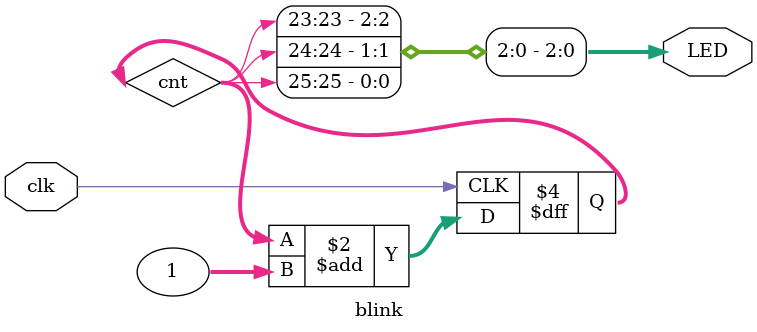
<source format=v>
	module blink (
	input wire clk, 
	output wire[7:0] LED 
	);


	reg [31:0] cnt; 

initial begin

cnt <= 32'h00000000; 

end

always @(posedge clk) begin

cnt <= cnt + 1; 

end


assign LED[0] = cnt[25];     
assign LED[1] = cnt[24];     
assign LED[2] = cnt[23];     

endmodule

</source>
